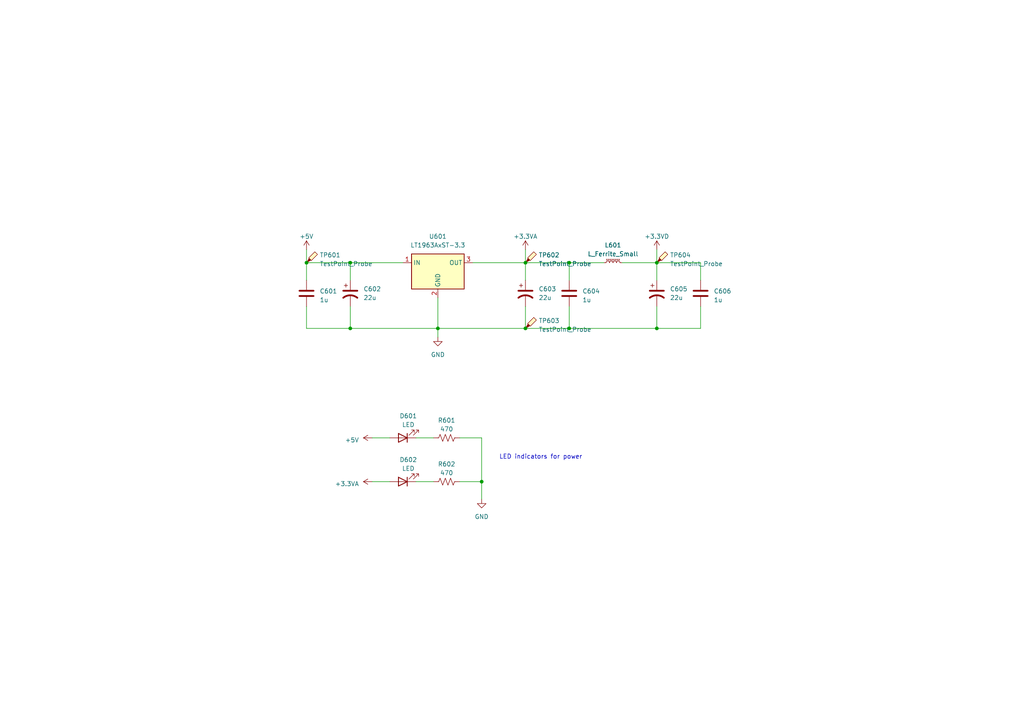
<source format=kicad_sch>
(kicad_sch (version 20230121) (generator eeschema)
  (paper "A4")
  (lib_symbols
    (symbol "Connector:TestPoint_Probe" (pin_numbers hide) (pin_names (offset 0.762) hide)
      (property "Reference" "TP" (at 1.651 5.842 0))
      (property "Value" "TestPoint_Probe" (at 1.651 4.064 0))
      (symbol "TestPoint_Probe_0_1"
        (polyline (pts (xy 1.27 0.762) (xy 0 0) (xy 0.762 1.27) (xy 1.27 0.762)) (fill (type outline)))
        (polyline (pts (xy 1.397 0.635) (xy 0.635 1.397) (xy 2.413 3.175) (xy 3.175 2.413) (xy 1.397 0.635)) (fill (type background)))
      )
      (symbol "TestPoint_Probe_1_1"
        (pin passive line (at 0 0 90) (length 0) (name "1") (number "1"))
      )
    )
    (symbol "Device:C" (pin_numbers hide) (pin_names (offset 0.254))
      (property "Reference" "C" (at 0.635 2.54 0))
      (property "Value" "C" (at 0.635 -2.54 0))
      (symbol "C_0_1"
        (polyline (pts (xy -2.032 -0.762) (xy 2.032 -0.762)) (stroke (width 0.508)))
        (polyline (pts (xy -2.032 0.762) (xy 2.032 0.762)) (stroke (width 0.508)))
      )
      (symbol "C_1_1"
        (pin passive line (at 0 3.81 270) (length 2.794) (name "~") (number "1"))
        (pin passive line (at 0 -3.81 90) (length 2.794) (name "~") (number "2"))
      )
    )
    (symbol "Device:C_Polarized_US" (pin_numbers hide) (pin_names (offset 0.254) hide)
      (property "Reference" "C" (at 0.635 2.54 0))
      (property "Value" "C_Polarized_US" (at 0.635 -2.54 0))
      (symbol "C_Polarized_US_0_1"
        (polyline (pts (xy -2.032 0.762) (xy 2.032 0.762)) (stroke (width 0.508)))
        (polyline (pts (xy -1.778 2.286) (xy -0.762 2.286)))
        (polyline (pts (xy -1.27 1.778) (xy -1.27 2.794)))
        (arc (start 2.032 -1.27) (mid 0 -0.5572) (end -2.032 -1.27) (stroke (width 0.508)))
      )
      (symbol "C_Polarized_US_1_1"
        (pin passive line (at 0 3.81 270) (length 2.794) (name "~") (number "1"))
        (pin passive line (at 0 -3.81 90) (length 3.302) (name "~") (number "2"))
      )
    )
    (symbol "Device:LED" (pin_numbers hide) (pin_names (offset 1.016) hide)
      (property "Reference" "D" (at 0 2.54 0))
      (property "Value" "LED" (at 0 -2.54 0))
      (symbol "LED_0_1"
        (polyline (pts (xy -1.27 -1.27) (xy -1.27 1.27)) (stroke (width 0.254)))
        (polyline (pts (xy -1.27 0) (xy 1.27 0)))
        (polyline (pts (xy 1.27 -1.27) (xy 1.27 1.27) (xy -1.27 0) (xy 1.27 -1.27)) (stroke (width 0.254)))
        (polyline (pts (xy -3.048 -0.762) (xy -4.572 -2.286) (xy -3.81 -2.286) (xy -4.572 -2.286) (xy -4.572 -1.524)))
        (polyline (pts (xy -1.778 -0.762) (xy -3.302 -2.286) (xy -2.54 -2.286) (xy -3.302 -2.286) (xy -3.302 -1.524)))
      )
      (symbol "LED_1_1"
        (pin passive line (at -3.81 0 0) (length 2.54) (name "K") (number "1"))
        (pin passive line (at 3.81 0 180) (length 2.54) (name "A") (number "2"))
      )
    )
    (symbol "Device:L_Ferrite_Small" (pin_numbers hide) (pin_names (offset 0.254) hide)
      (property "Reference" "L" (at 1.27 1.016 0))
      (property "Value" "L_Ferrite_Small" (at 1.27 -1.27 0))
      (symbol "L_Ferrite_Small_0_1"
        (arc (start 0 -2.032) (mid 0.5058 -1.524) (end 0 -1.016))
        (arc (start 0 -1.016) (mid 0.5058 -0.508) (end 0 0))
        (polyline (pts (xy 0.762 -1.905) (xy 0.762 -1.651)))
        (polyline (pts (xy 0.762 -1.397) (xy 0.762 -1.143)))
        (polyline (pts (xy 0.762 -0.889) (xy 0.762 -0.635)))
        (polyline (pts (xy 0.762 -0.381) (xy 0.762 -0.127)))
        (polyline (pts (xy 0.762 0.127) (xy 0.762 0.381)))
        (polyline (pts (xy 0.762 0.635) (xy 0.762 0.889)))
        (polyline (pts (xy 0.762 1.143) (xy 0.762 1.397)))
        (polyline (pts (xy 0.762 1.651) (xy 0.762 1.905)))
        (polyline (pts (xy 1.016 -1.651) (xy 1.016 -1.905)))
        (polyline (pts (xy 1.016 -1.143) (xy 1.016 -1.397)))
        (polyline (pts (xy 1.016 -0.635) (xy 1.016 -0.889)))
        (polyline (pts (xy 1.016 -0.127) (xy 1.016 -0.381)))
        (polyline (pts (xy 1.016 0.381) (xy 1.016 0.127)))
        (polyline (pts (xy 1.016 0.889) (xy 1.016 0.635)))
        (polyline (pts (xy 1.016 1.397) (xy 1.016 1.143)))
        (polyline (pts (xy 1.016 1.905) (xy 1.016 1.651)))
        (arc (start 0 0) (mid 0.5058 0.508) (end 0 1.016))
        (arc (start 0 1.016) (mid 0.5058 1.524) (end 0 2.032))
      )
      (symbol "L_Ferrite_Small_1_1"
        (pin passive line (at 0 2.54 270) (length 0.508) (name "~") (number "1"))
        (pin passive line (at 0 -2.54 90) (length 0.508) (name "~") (number "2"))
      )
    )
    (symbol "Device:R_US" (pin_numbers hide) (pin_names (offset 0))
      (property "Reference" "R" (at 2.54 0 90))
      (property "Value" "R_US" (at -2.54 0 90))
      (symbol "R_US_0_1"
        (polyline (pts (xy 0 -2.286) (xy 0 -2.54)))
        (polyline (pts (xy 0 2.286) (xy 0 2.54)))
        (polyline (pts (xy 0 -0.762) (xy 1.016 -1.143) (xy 0 -1.524) (xy -1.016 -1.905) (xy 0 -2.286)))
        (polyline (pts (xy 0 0.762) (xy 1.016 0.381) (xy 0 0) (xy -1.016 -0.381) (xy 0 -0.762)))
        (polyline (pts (xy 0 2.286) (xy 1.016 1.905) (xy 0 1.524) (xy -1.016 1.143) (xy 0 0.762)))
      )
      (symbol "R_US_1_1"
        (pin passive line (at 0 3.81 270) (length 1.27) (name "~") (number "1"))
        (pin passive line (at 0 -3.81 90) (length 1.27) (name "~") (number "2"))
      )
    )
    (symbol "Regulator_Linear:LT1963AxST-3.3"
      (property "Reference" "U" (at -7.62 6.35 0))
      (property "Value" "LT1963AxST-3.3" (at -1.27 6.35 0))
      (symbol "LT1963AxST-3.3_0_1"
        (rectangle (start -7.62 5.08) (end 7.62 -5.08) (stroke (width 0.254)) (fill (type background)))
      )
      (symbol "LT1963AxST-3.3_1_1"
        (pin power_in line (at -10.16 2.54 0) (length 2.54) (name "IN") (number "1"))
        (pin power_in line (at 0 -7.62 90) (length 2.54) (name "GND") (number "2"))
        (pin power_out line (at 10.16 2.54 180) (length 2.54) (name "OUT") (number "3"))
      )
    )
    (symbol "power:+3.3V" (power) (pin_names (offset 0))
      (property "Value" "+3.3VD" (at 0 3.81 0))
      (symbol "+3.3V_0_1"
        (polyline (pts (xy -0.762 1.27) (xy 0 2.54)))
        (polyline (pts (xy 0 0) (xy 0 2.54)))
        (polyline (pts (xy 0 2.54) (xy 0.762 1.27)))
      )
      (symbol "+3.3V_1_1"
        (pin power_in line (at 0 0 90) (length 0) hide (name "+3.3VD") (number "1"))
      )
    )
    (symbol "power:+3.3VA" (power) (pin_names (offset 0))
      (property "Value" "+3.3VA" (at 0 3.556 0))
      (symbol "+3.3VA_0_1"
        (polyline (pts (xy -0.762 1.27) (xy 0 2.54)))
        (polyline (pts (xy 0 0) (xy 0 2.54)))
        (polyline (pts (xy 0 2.54) (xy 0.762 1.27)))
      )
      (symbol "+3.3VA_1_1"
        (pin power_in line (at 0 0 90) (length 0) hide (name "+3.3VA") (number "1"))
      )
    )
    (symbol "power:+5V" (power) (pin_names (offset 0))
      (property "Value" "+5V" (at 0 3.556 0))
      (symbol "+5V_0_1"
        (polyline (pts (xy -0.762 1.27) (xy 0 2.54)))
        (polyline (pts (xy 0 0) (xy 0 2.54)))
        (polyline (pts (xy 0 2.54) (xy 0.762 1.27)))
      )
      (symbol "+5V_1_1"
        (pin power_in line (at 0 0 90) (length 0) hide (name "+5V") (number "1"))
      )
    )
    (symbol "power:GND" (power) (pin_names (offset 0))
      (property "Value" "GND" (at 0 -3.81 0))
      (symbol "GND_0_1"
        (polyline (pts (xy 0 0) (xy 0 -1.27) (xy 1.27 -1.27) (xy 0 -2.54) (xy -1.27 -1.27) (xy 0 -1.27)))
      )
      (symbol "GND_1_1"
        (pin power_in line (at 0 0 270) (length 0) hide (name "GND") (number "1"))
      )
    )
    (symbol "power:GNDD" (power) (pin_names (offset 0))
      (property "Value" "GNDD" (at 0 -3.175 0))
      (symbol "GNDD_0_1"
        (rectangle (start -1.27 -1.524) (end 1.27 -2.032) (stroke (width 0.254)) (fill (type outline)))
        (polyline (pts (xy 0 0) (xy 0 -1.524)))
      )
      (symbol "GNDD_1_1"
        (pin power_in line (at 0 0 270) (length 0) hide (name "GNDD") (number "1"))
      )
    )
  )
  (junction (at 101.6 95.25))
  (junction (at 165.1 76.2))
  (junction (at 190.5 76.2))
  (junction (at 165.1 95.25))
  (junction (at 101.6 76.2))
  (junction (at 88.9 76.2))
  (junction (at 190.5 95.25))
  (junction (at 127 95.25))
  (junction (at 152.4 95.25))
  (junction (at 152.4 76.2))
  (junction (at 139.7 139.7))
  (wire (pts (xy 152.4 76.2) (xy 152.4 72.39)))
  (wire (pts (xy 152.4 76.2) (xy 152.4 81.28)))
  (wire (pts (xy 133.35 139.7) (xy 139.7 139.7)))
  (wire (pts (xy 165.1 76.2) (xy 175.26 76.2)))
  (wire (pts (xy 139.7 127) (xy 139.7 139.7)))
  (wire (pts (xy 203.2 76.2) (xy 203.2 81.28)))
  (wire (pts (xy 88.9 76.2) (xy 88.9 81.28)))
  (wire (pts (xy 101.6 95.25) (xy 101.6 88.9)))
  (wire (pts (xy 127 95.25) (xy 127 97.79)))
  (wire (pts (xy 133.35 127) (xy 139.7 127)))
  (wire (pts (xy 139.7 139.7) (xy 139.7 144.78)))
  (wire (pts (xy 120.65 139.7) (xy 125.73 139.7)))
  (wire (pts (xy 180.34 76.2) (xy 190.5 76.2)))
  (wire (pts (xy 88.9 76.2) (xy 101.6 76.2)))
  (wire (pts (xy 137.16 76.2) (xy 152.4 76.2)))
  (wire (pts (xy 120.65 127) (xy 125.73 127)))
  (wire (pts (xy 107.95 127) (xy 113.03 127)))
  (wire (pts (xy 101.6 76.2) (xy 101.6 81.28)))
  (wire (pts (xy 190.5 76.2) (xy 203.2 76.2)))
  (wire (pts (xy 88.9 95.25) (xy 101.6 95.25)))
  (wire (pts (xy 165.1 88.9) (xy 165.1 95.25)))
  (wire (pts (xy 190.5 72.39) (xy 190.5 76.2)))
  (wire (pts (xy 190.5 76.2) (xy 190.5 81.28)))
  (wire (pts (xy 101.6 76.2) (xy 116.84 76.2)))
  (wire (pts (xy 152.4 88.9) (xy 152.4 95.25)))
  (wire (pts (xy 203.2 95.25) (xy 203.2 88.9)))
  (wire (pts (xy 88.9 72.39) (xy 88.9 76.2)))
  (wire (pts (xy 107.95 139.7) (xy 113.03 139.7)))
  (wire (pts (xy 165.1 95.25) (xy 190.5 95.25)))
  (wire (pts (xy 152.4 95.25) (xy 127 95.25)))
  (wire (pts (xy 190.5 95.25) (xy 203.2 95.25)))
  (wire (pts (xy 88.9 88.9) (xy 88.9 95.25)))
  (wire (pts (xy 190.5 88.9) (xy 190.5 95.25)))
  (wire (pts (xy 152.4 76.2) (xy 165.1 76.2)))
  (wire (pts (xy 152.4 95.25) (xy 165.1 95.25)))
  (wire (pts (xy 127 95.25) (xy 101.6 95.25)))
  (wire (pts (xy 127 86.36) (xy 127 95.25)))
  (wire (pts (xy 165.1 76.2) (xy 165.1 81.28)))
  (text "LED indicators for power" (at 144.78 133.35 0) (effects (font (size 1.27 1.27)) (justify left bottom)))
  (symbol (lib_id "Connector:TestPoint_Probe") (at 152.4 76.2 0) (unit 1)
    (property "Reference" "TP602" (at 156.21 73.9775 0) (effects (justify left)))
    (property "Value" "TestPoint_Probe" (at 156.21 76.5175 0) (effects (justify left)))
  )
  (symbol (lib_id "Device:L_Ferrite_Small") (at 177.8 76.2 90) (unit 1)
    (property "Reference" "L601" (at 177.8 71.12 90))
    (property "Value" "L_Ferrite_Small" (at 177.8 73.66 90))
  )
  (symbol (lib_id "power:+3.3VA") (at 107.95 139.7 90) (unit 1)
    (property "Reference" "#PWR0604" (effects hide))
    (property "Value" "+3.3VA" (at 104.14 140.335 90) (effects (justify left)))
  )
  (symbol (lib_id "power:+3.3VA") (at 152.4 72.39 0) (unit 1)
    (property "Reference" "#PWR0605" (effects hide))
    (property "Value" "+3.3VA" (at 152.4 68.58 0))
  )
  (symbol (lib_id "Connector:TestPoint_Probe") (at 190.5 76.2 0) (unit 1)
    (property "Reference" "TP604" (at 194.31 73.9775 0) (effects (justify left)))
    (property "Value" "TestPoint_Probe" (at 194.31 76.5175 0) (effects (justify left)))
  )
  (symbol (lib_id "power:GNDD") (at 330.2 157.48 0) (unit 1)
    (property "Reference" "#PWR?" (effects hide))
    (property "Value" "GNDD" (at 330.2 162.56 0))
    (instances (project "hydrophone board" (path "" (reference "#PWR?") (unit 1)) (path "" (reference "#PWR0609") (unit 1))))
  )
  (symbol (lib_id "Regulator_Linear:LT1963AxST-3.3") (at 127 78.74 0) (unit 1)
    (property "Reference" "U601" (at 127 68.58 0))
    (property "Value" "LT1963AxST-3.3" (at 127 71.12 0))
    (property "Footprint" "Package_TO_SOT_SMD:SOT-223-3_TabPin2" (effects hide))
    (property "Datasheet" "https://www.analog.com/media/en/technical-documentation/data-sheets/1963aff.pdf" (effects hide))
  )
  (symbol (lib_id "Device:C_Polarized_US") (at 101.6 85.09 0) (unit 1)
    (property "Reference" "C602" (at 105.41 83.82 0) (effects (justify left)))
    (property "Value" "22u" (at 105.41 86.36 0) (effects (justify left)))
  )
  (symbol (lib_id "Device:LED") (at 116.84 139.7 180) (unit 1)
    (property "Reference" "D602" (at 118.4275 133.35 0))
    (property "Value" "LED" (at 118.4275 135.89 0))
  )
  (symbol (lib_id "Device:C") (at 88.9 85.09 0) (unit 1)
    (property "Reference" "C601" (at 92.71 84.455 0) (effects (justify left)))
    (property "Value" "1u" (at 92.71 86.995 0) (effects (justify left)))
  )
  (symbol (lib_id "Connector:TestPoint_Probe") (at 88.9 76.2 0) (unit 1)
    (property "Reference" "TP601" (at 92.71 73.9775 0) (effects (justify left)))
    (property "Value" "TestPoint_Probe" (at 92.71 76.5175 0) (effects (justify left)))
  )
  (symbol (lib_id "Device:C") (at 203.2 85.09 0) (unit 1)
    (property "Reference" "C606" (at 207.01 84.455 0) (effects (justify left)))
    (property "Value" "1u" (at 207.01 86.995 0) (effects (justify left)))
  )
  (symbol (lib_id "power:+5V") (at 107.95 127 90) (unit 1)
    (property "Reference" "#PWR0603" (effects hide))
    (property "Value" "+5V" (at 104.14 127.635 90) (effects (justify left)))
  )
  (symbol (lib_id "Device:C_Polarized_US") (at 152.4 85.09 0) (unit 1)
    (property "Reference" "C603" (at 156.21 83.82 0) (effects (justify left)))
    (property "Value" "22u" (at 156.21 86.36 0) (effects (justify left)))
  )
  (symbol (lib_id "Device:R_US") (at 129.54 139.7 90) (unit 1)
    (property "Reference" "R602" (at 129.54 134.62 90))
    (property "Value" "470" (at 129.54 137.16 90))
  )
  (symbol (lib_id "Device:C") (at 165.1 85.09 0) (unit 1)
    (property "Reference" "C604" (at 168.91 84.455 0) (effects (justify left)))
    (property "Value" "1u" (at 168.91 86.995 0) (effects (justify left)))
  )
  (symbol (lib_id "Connector:TestPoint_Probe") (at 152.4 95.25 0) (unit 1)
    (property "Reference" "TP603" (at 156.21 93.0275 0) (effects (justify left)))
    (property "Value" "TestPoint_Probe" (at 156.21 95.5675 0) (effects (justify left)))
  )
  (symbol (lib_id "power:+3.3V") (at 190.5 72.39 0) (unit 1)
    (property "Reference" "#PWR?" (effects hide))
    (property "Value" "+3.3VD" (at 190.5 68.58 0))
    (instances (project "hydrophone board" (path "" (reference "#PWR?") (unit 1)) (path "" (reference "#PWR0608") (unit 1))))
  )
  (symbol (lib_id "power:GND") (at 127 97.79 0) (unit 1)
    (property "Reference" "#PWR0205" (effects hide))
    (property "Value" "GND" (at 127 102.87 0))
    (instances (project "hydrophone board" (path "" (reference "#PWR0205") (unit 1)) (path "" (reference "#PWR0602") (unit 1))))
  )
  (symbol (lib_id "power:GND") (at 139.7 144.78 0) (unit 1)
    (property "Reference" "#PWR0205" (effects hide))
    (property "Value" "GND" (at 139.7 149.86 0))
    (instances (project "hydrophone board" (path "" (reference "#PWR0205") (unit 1)) (path "" (reference "#PWR0606") (unit 1))))
  )
  (symbol (lib_id "Device:LED") (at 116.84 127 180) (unit 1)
    (property "Reference" "D601" (at 118.4275 120.65 0))
    (property "Value" "LED" (at 118.4275 123.19 0))
  )
  (symbol (lib_id "Device:R_US") (at 129.54 127 90) (unit 1)
    (property "Reference" "R601" (at 129.54 121.92 90))
    (property "Value" "470" (at 129.54 124.46 90))
  )
  (symbol (lib_id "power:+5V") (at 88.9 72.39 0) (unit 1)
    (property "Reference" "#PWR0601" (effects hide))
    (property "Value" "+5V" (at 88.9 68.58 0))
  )
  (symbol (lib_id "Device:C_Polarized_US") (at 190.5 85.09 0) (unit 1)
    (property "Reference" "C605" (at 194.31 83.82 0) (effects (justify left)))
    (property "Value" "22u" (at 194.31 86.36 0) (effects (justify left)))
  )
)
</source>
